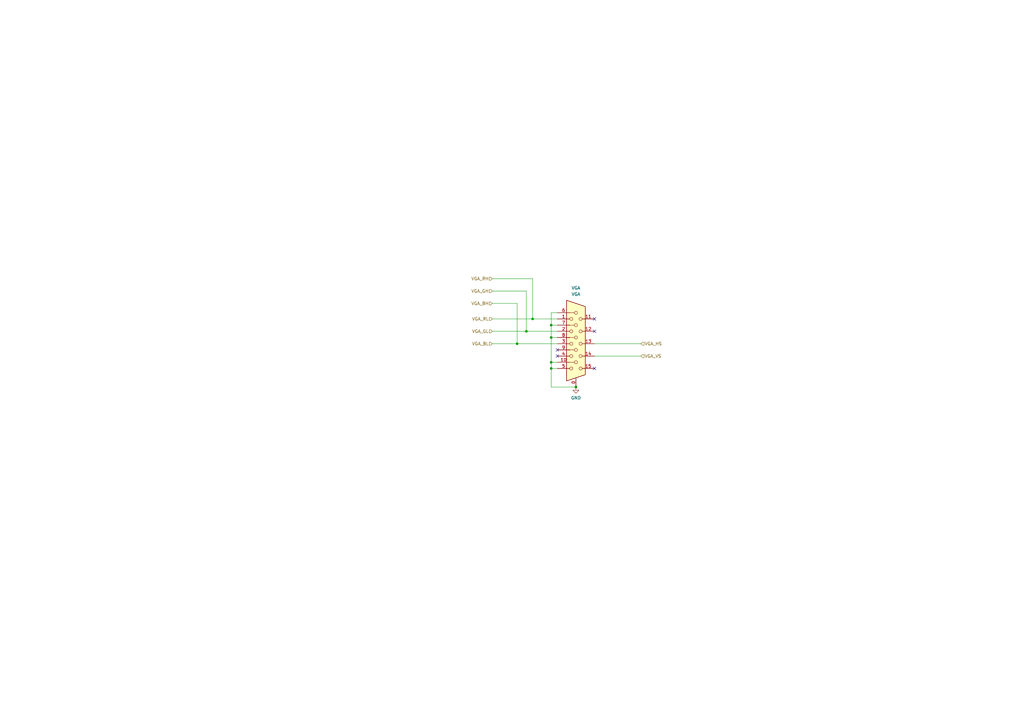
<source format=kicad_sch>
(kicad_sch (version 20250114) (generator "eeschema") (generator_version "9.0")
  (paper "A3")
  (title_block (title "HDMI to VGA Passive Adapter") (date "2025-04-01") (rev "2.02") (company "Mikhail Matveev") (comment 1 "https://github.com/xtremespb/frank"))
  (lib_symbols
    (symbol "Connector:DB15_Female_HighDensity_MountingHoles" (pin_names (offset 1.016) (hide yes))
      (property "Reference" "J" (at 0 21.59 0))
      (property "Value" "DB15_Female_HighDensity_MountingHoles" (at 0 19.05 0))
      (symbol "DB15_Female_HighDensity_MountingHoles_0_1"
        (polyline (pts (xy -3.81 17.78) (xy -3.81 -15.24) (xy 3.81 -12.7) (xy 3.81 15.24) (xy -3.81 17.78)) (stroke (width 0.254)) (fill (type background)))
        (polyline (pts (xy -3.175 7.62) (xy -0.635 7.62)))
        (circle (center -1.905 10.16) (radius 0.635))
        (circle (center -1.905 5.08) (radius 0.635))
        (circle (center -1.905 0) (radius 0.635))
        (circle (center -1.905 -5.08) (radius 0.635))
        (circle (center -1.905 -10.16) (radius 0.635))
        (polyline (pts (xy -0.635 12.7) (xy -3.175 12.7)))
        (polyline (pts (xy -0.635 2.54) (xy -3.175 2.54)))
        (polyline (pts (xy -0.635 -2.54) (xy -3.175 -2.54)))
        (polyline (pts (xy -0.635 -7.62) (xy -3.175 -7.62)))
        (circle (center 0 12.7) (radius 0.635))
        (circle (center 0 7.62) (radius 0.635))
        (circle (center 0 2.54) (radius 0.635))
        (circle (center 0 -2.54) (radius 0.635))
        (circle (center 0 -7.62) (radius 0.635))
        (circle (center 1.905 10.16) (radius 0.635))
        (circle (center 1.905 5.08) (radius 0.635))
        (circle (center 1.905 0) (radius 0.635))
        (circle (center 1.905 -5.08) (radius 0.635))
        (circle (center 1.905 -10.16) (radius 0.635))
      )
      (symbol "DB15_Female_HighDensity_MountingHoles_1_1"
        (pin passive line (at -7.62 12.7 0) (length 5.08) (name "~") (number "6"))
        (pin passive line (at -7.62 10.16 0) (length 5.08) (name "~") (number "1"))
        (pin passive line (at -7.62 7.62 0) (length 5.08) (name "~") (number "7"))
        (pin passive line (at -7.62 5.08 0) (length 5.08) (name "~") (number "2"))
        (pin passive line (at -7.62 2.54 0) (length 5.08) (name "~") (number "8"))
        (pin passive line (at -7.62 0 0) (length 5.08) (name "~") (number "3"))
        (pin passive line (at -7.62 -2.54 0) (length 5.08) (name "~") (number "9"))
        (pin passive line (at -7.62 -5.08 0) (length 5.08) (name "~") (number "4"))
        (pin passive line (at -7.62 -7.62 0) (length 5.08) (name "~") (number "10"))
        (pin passive line (at -7.62 -10.16 0) (length 5.08) (name "~") (number "5"))
        (pin passive line (at 0 -17.78 90) (length 3.81) (name "~") (number "0"))
        (pin passive line (at 7.62 10.16 180) (length 5.08) (name "~") (number "11"))
        (pin passive line (at 7.62 5.08 180) (length 5.08) (name "~") (number "12"))
        (pin passive line (at 7.62 0 180) (length 5.08) (name "~") (number "13"))
        (pin passive line (at 7.62 -5.08 180) (length 5.08) (name "~") (number "14"))
        (pin passive line (at 7.62 -10.16 180) (length 5.08) (name "~") (number "15"))
      )
    )
    (symbol "power:GND" (power) (pin_numbers (hide yes)) (pin_names (offset 0) (hide yes))
      (property "Value" "GND" (at 0 -3.81 0))
      (symbol "GND_0_1"
        (polyline (pts (xy 0 0) (xy 0 -1.27) (xy 1.27 -1.27) (xy 0 -2.54) (xy -1.27 -1.27) (xy 0 -1.27)))
      )
      (symbol "GND_1_1"
        (pin power_in line (at 0 0 270) (length 0) (name "~") (number "1"))
      )
    )
  )
  (junction (at 226.06 138.43))
  (junction (at 212.09 140.97))
  (junction (at 226.06 148.59))
  (junction (at 218.44 130.81))
  (junction (at 236.22 158.75))
  (junction (at 226.06 133.35))
  (junction (at 226.06 151.13))
  (junction (at 215.9 135.89))
  (no_connect (at 243.84 151.13))
  (no_connect (at 228.6 146.05))
  (no_connect (at 243.84 130.81))
  (no_connect (at 243.84 135.89))
  (no_connect (at 228.6 143.51))
  (wire (pts (xy 226.06 148.59) (xy 228.6 148.59)))
  (wire (pts (xy 226.06 151.13) (xy 226.06 148.59)))
  (wire (pts (xy 226.06 151.13) (xy 228.6 151.13)))
  (wire (pts (xy 243.84 146.05) (xy 262.89 146.05)))
  (wire (pts (xy 215.9 135.89) (xy 228.6 135.89)))
  (wire (pts (xy 226.06 128.27) (xy 228.6 128.27)))
  (wire (pts (xy 243.84 140.97) (xy 262.89 140.97)))
  (wire (pts (xy 215.9 119.38) (xy 215.9 135.89)))
  (wire (pts (xy 201.93 135.89) (xy 215.9 135.89)))
  (wire (pts (xy 226.06 148.59) (xy 226.06 138.43)))
  (wire (pts (xy 201.93 114.3) (xy 218.44 114.3)))
  (wire (pts (xy 201.93 119.38) (xy 215.9 119.38)))
  (wire (pts (xy 226.06 133.35) (xy 228.6 133.35)))
  (wire (pts (xy 212.09 124.46) (xy 212.09 140.97)))
  (wire (pts (xy 218.44 114.3) (xy 218.44 130.81)))
  (wire (pts (xy 201.93 140.97) (xy 212.09 140.97)))
  (wire (pts (xy 226.06 158.75) (xy 226.06 151.13)))
  (wire (pts (xy 212.09 140.97) (xy 228.6 140.97)))
  (wire (pts (xy 226.06 133.35) (xy 226.06 128.27)))
  (wire (pts (xy 226.06 138.43) (xy 228.6 138.43)))
  (wire (pts (xy 236.22 158.75) (xy 226.06 158.75)))
  (wire (pts (xy 226.06 138.43) (xy 226.06 133.35)))
  (wire (pts (xy 218.44 130.81) (xy 228.6 130.81)))
  (wire (pts (xy 201.93 124.46) (xy 212.09 124.46)))
  (wire (pts (xy 201.93 130.81) (xy 218.44 130.81)))
  (hierarchical_label "VGA_RH" (shape input) (at 201.93 114.3 180))
  (hierarchical_label "VGA_VS" (shape input) (at 262.89 146.05 0))
  (hierarchical_label "VGA_GH" (shape input) (at 201.93 119.38 180))
  (hierarchical_label "VGA_HS" (shape input) (at 262.89 140.97 0))
  (hierarchical_label "VGA_GL" (shape input) (at 201.93 135.89 180))
  (hierarchical_label "VGA_BL" (shape input) (at 201.93 140.97 180))
  (hierarchical_label "VGA_RL" (shape input) (at 201.93 130.81 180))
  (hierarchical_label "VGA_BH" (shape input) (at 201.93 124.46 180))
  (symbol (lib_id "Connector:DB15_Female_HighDensity_MountingHoles") (at 236.22 140.97 0) (unit 1)
    (property "Reference" "J5" (at 236.22 118.11 0))
    (property "Value" "VGA" (at 236.22 120.65 0))
    (property "Footprint" "FRANK:D-SUB (15 pin, female)" (effects (hide yes)))
    (instances (project "CMZJ2" (path "" (reference "VGA") (unit 1))) (project "CMZJ2" (path "" (reference "J5") (unit 1))))
  )
  (symbol (lib_id "power:GND") (at 236.22 158.75 0) (unit 1)
    (property "Reference" "#PWR03" (effects (hide yes)))
    (property "Value" "GND" (at 236.22 163.1934 0))
    (property "Description" "Power symbol creates a global label with name \"GND\" , ground" (effects (hide yes)))
    (instances (project "CMZJ2" (path "" (reference "#PWR036") (unit 1))) (project "CMZJ2" (path "" (reference "#PWR03") (unit 1))))
  )
)
</source>
